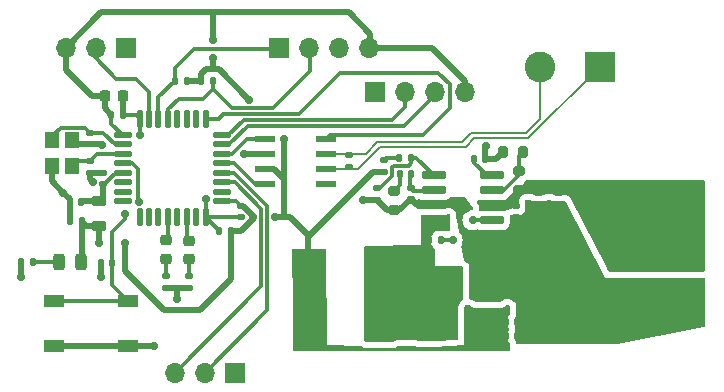
<source format=gbr>
%TF.GenerationSoftware,KiCad,Pcbnew,8.0.1*%
%TF.CreationDate,2024-11-21T12:07:33+07:00*%
%TF.ProjectId,Monitor,4d6f6e69-746f-4722-9e6b-696361645f70,rev?*%
%TF.SameCoordinates,Original*%
%TF.FileFunction,Copper,L1,Top*%
%TF.FilePolarity,Positive*%
%FSLAX46Y46*%
G04 Gerber Fmt 4.6, Leading zero omitted, Abs format (unit mm)*
G04 Created by KiCad (PCBNEW 8.0.1) date 2024-11-21 12:07:33*
%MOMM*%
%LPD*%
G01*
G04 APERTURE LIST*
G04 Aperture macros list*
%AMRoundRect*
0 Rectangle with rounded corners*
0 $1 Rounding radius*
0 $2 $3 $4 $5 $6 $7 $8 $9 X,Y pos of 4 corners*
0 Add a 4 corners polygon primitive as box body*
4,1,4,$2,$3,$4,$5,$6,$7,$8,$9,$2,$3,0*
0 Add four circle primitives for the rounded corners*
1,1,$1+$1,$2,$3*
1,1,$1+$1,$4,$5*
1,1,$1+$1,$6,$7*
1,1,$1+$1,$8,$9*
0 Add four rect primitives between the rounded corners*
20,1,$1+$1,$2,$3,$4,$5,0*
20,1,$1+$1,$4,$5,$6,$7,0*
20,1,$1+$1,$6,$7,$8,$9,0*
20,1,$1+$1,$8,$9,$2,$3,0*%
G04 Aperture macros list end*
%TA.AperFunction,ComponentPad*%
%ADD10R,2.600000X2.600000*%
%TD*%
%TA.AperFunction,ComponentPad*%
%ADD11C,2.600000*%
%TD*%
%TA.AperFunction,SMDPad,CuDef*%
%ADD12RoundRect,0.200000X0.200000X0.275000X-0.200000X0.275000X-0.200000X-0.275000X0.200000X-0.275000X0*%
%TD*%
%TA.AperFunction,ComponentPad*%
%ADD13R,1.700000X1.700000*%
%TD*%
%TA.AperFunction,ComponentPad*%
%ADD14O,1.700000X1.700000*%
%TD*%
%TA.AperFunction,SMDPad,CuDef*%
%ADD15R,1.700000X1.000000*%
%TD*%
%TA.AperFunction,SMDPad,CuDef*%
%ADD16RoundRect,0.140000X0.140000X0.170000X-0.140000X0.170000X-0.140000X-0.170000X0.140000X-0.170000X0*%
%TD*%
%TA.AperFunction,SMDPad,CuDef*%
%ADD17RoundRect,0.125000X-0.625000X-0.125000X0.625000X-0.125000X0.625000X0.125000X-0.625000X0.125000X0*%
%TD*%
%TA.AperFunction,SMDPad,CuDef*%
%ADD18RoundRect,0.125000X-0.125000X-0.625000X0.125000X-0.625000X0.125000X0.625000X-0.125000X0.625000X0*%
%TD*%
%TA.AperFunction,SMDPad,CuDef*%
%ADD19RoundRect,0.140000X-0.170000X0.140000X-0.170000X-0.140000X0.170000X-0.140000X0.170000X0.140000X0*%
%TD*%
%TA.AperFunction,SMDPad,CuDef*%
%ADD20RoundRect,0.135000X-0.185000X0.135000X-0.185000X-0.135000X0.185000X-0.135000X0.185000X0.135000X0*%
%TD*%
%TA.AperFunction,SMDPad,CuDef*%
%ADD21RoundRect,0.140000X-0.140000X-0.170000X0.140000X-0.170000X0.140000X0.170000X-0.140000X0.170000X0*%
%TD*%
%TA.AperFunction,SMDPad,CuDef*%
%ADD22RoundRect,0.218750X0.256250X-0.218750X0.256250X0.218750X-0.256250X0.218750X-0.256250X-0.218750X0*%
%TD*%
%TA.AperFunction,SMDPad,CuDef*%
%ADD23RoundRect,0.073750X-0.801250X-0.221250X0.801250X-0.221250X0.801250X0.221250X-0.801250X0.221250X0*%
%TD*%
%TA.AperFunction,SMDPad,CuDef*%
%ADD24RoundRect,0.135000X-0.135000X-0.185000X0.135000X-0.185000X0.135000X0.185000X-0.135000X0.185000X0*%
%TD*%
%TA.AperFunction,SMDPad,CuDef*%
%ADD25RoundRect,0.200000X-0.275000X0.200000X-0.275000X-0.200000X0.275000X-0.200000X0.275000X0.200000X0*%
%TD*%
%TA.AperFunction,SMDPad,CuDef*%
%ADD26RoundRect,0.075000X0.910000X0.225000X-0.910000X0.225000X-0.910000X-0.225000X0.910000X-0.225000X0*%
%TD*%
%TA.AperFunction,SMDPad,CuDef*%
%ADD27RoundRect,0.135000X0.135000X0.185000X-0.135000X0.185000X-0.135000X-0.185000X0.135000X-0.185000X0*%
%TD*%
%TA.AperFunction,SMDPad,CuDef*%
%ADD28RoundRect,0.243750X-0.243750X-0.456250X0.243750X-0.456250X0.243750X0.456250X-0.243750X0.456250X0*%
%TD*%
%TA.AperFunction,SMDPad,CuDef*%
%ADD29RoundRect,0.225000X-0.225000X-0.250000X0.225000X-0.250000X0.225000X0.250000X-0.225000X0.250000X0*%
%TD*%
%TA.AperFunction,SMDPad,CuDef*%
%ADD30RoundRect,0.140000X0.170000X-0.140000X0.170000X0.140000X-0.170000X0.140000X-0.170000X-0.140000X0*%
%TD*%
%TA.AperFunction,SMDPad,CuDef*%
%ADD31RoundRect,0.225000X-0.250000X0.225000X-0.250000X-0.225000X0.250000X-0.225000X0.250000X0.225000X0*%
%TD*%
%TA.AperFunction,SMDPad,CuDef*%
%ADD32RoundRect,0.250000X-1.000000X-0.650000X1.000000X-0.650000X1.000000X0.650000X-1.000000X0.650000X0*%
%TD*%
%TA.AperFunction,SMDPad,CuDef*%
%ADD33RoundRect,0.218750X0.381250X-0.218750X0.381250X0.218750X-0.381250X0.218750X-0.381250X-0.218750X0*%
%TD*%
%TA.AperFunction,SMDPad,CuDef*%
%ADD34R,2.200000X7.500000*%
%TD*%
%TA.AperFunction,SMDPad,CuDef*%
%ADD35RoundRect,0.200000X0.275000X-0.200000X0.275000X0.200000X-0.275000X0.200000X-0.275000X-0.200000X0*%
%TD*%
%TA.AperFunction,SMDPad,CuDef*%
%ADD36R,1.200000X1.400000*%
%TD*%
%TA.AperFunction,SMDPad,CuDef*%
%ADD37RoundRect,0.135000X0.185000X-0.135000X0.185000X0.135000X-0.185000X0.135000X-0.185000X-0.135000X0*%
%TD*%
%TA.AperFunction,ViaPad*%
%ADD38C,0.700000*%
%TD*%
%TA.AperFunction,Conductor*%
%ADD39C,0.500000*%
%TD*%
%TA.AperFunction,Conductor*%
%ADD40C,0.300000*%
%TD*%
%TA.AperFunction,Conductor*%
%ADD41C,0.200000*%
%TD*%
G04 APERTURE END LIST*
D10*
%TO.P,J2,1,Pin_1*%
%TO.N,/CAN-*%
X101145000Y-96595000D03*
D11*
%TO.P,J2,2,Pin_2*%
%TO.N,/CAN+*%
X96065000Y-96595000D03*
%TD*%
D12*
%TO.P,R5,1*%
%TO.N,/EN*%
X94625000Y-103800000D03*
%TO.P,R5,2*%
%TO.N,GND*%
X92975000Y-103800000D03*
%TD*%
D13*
%TO.P,J5,1,Pin_1*%
%TO.N,GND*%
X82120000Y-98700000D03*
D14*
%TO.P,J5,2,Pin_2*%
%TO.N,SWCLK*%
X84660000Y-98700000D03*
%TO.P,J5,3,Pin_3*%
%TO.N,SWDIO*%
X87200000Y-98700000D03*
%TO.P,J5,4,Pin_4*%
%TO.N,+3.3V*%
X89740000Y-98700000D03*
%TD*%
D15*
%TO.P,SW1,1,1*%
%TO.N,GND*%
X61220000Y-120220000D03*
X54920000Y-120220000D03*
%TO.P,SW1,2,2*%
%TO.N,NRST*%
X61220000Y-116420000D03*
X54920000Y-116420000D03*
%TD*%
D16*
%TO.P,C14,1*%
%TO.N,/POWER BOOT*%
X87680000Y-111300000D03*
%TO.P,C14,2*%
%TO.N,/PH*%
X86720000Y-111300000D03*
%TD*%
D17*
%TO.P,U1,1,VDD*%
%TO.N,+3.3V*%
X60825000Y-102375000D03*
%TO.P,U1,2,PF0*%
%TO.N,OSC_IN*%
X60825000Y-103175000D03*
%TO.P,U1,3,PF1*%
%TO.N,OSC_OUT*%
X60825000Y-103975000D03*
%TO.P,U1,4,NRST*%
%TO.N,NRST*%
X60825000Y-104775000D03*
%TO.P,U1,5,VDDA*%
%TO.N,+3.3VA*%
X60825000Y-105575000D03*
%TO.P,U1,6,PA0*%
%TO.N,unconnected-(U1-PA0-Pad6)*%
X60825000Y-106375000D03*
%TO.P,U1,7,PA1*%
%TO.N,unconnected-(U1-PA1-Pad7)*%
X60825000Y-107175000D03*
%TO.P,U1,8,PA2*%
%TO.N,unconnected-(U1-PA2-Pad8)*%
X60825000Y-107975000D03*
D18*
%TO.P,U1,9,PA3*%
%TO.N,unconnected-(U1-PA3-Pad9)*%
X62200000Y-109350000D03*
%TO.P,U1,10,PA4*%
%TO.N,unconnected-(U1-PA4-Pad10)*%
X63000000Y-109350000D03*
%TO.P,U1,11,PA5*%
%TO.N,unconnected-(U1-PA5-Pad11)*%
X63800000Y-109350000D03*
%TO.P,U1,12,PA6*%
%TO.N,LED_YELLOW*%
X64600000Y-109350000D03*
%TO.P,U1,13,PA7*%
%TO.N,unconnected-(U1-PA7-Pad13)*%
X65400000Y-109350000D03*
%TO.P,U1,14,PB0*%
%TO.N,LED_RED*%
X66200000Y-109350000D03*
%TO.P,U1,15,PB1*%
%TO.N,unconnected-(U1-PB1-Pad15)*%
X67000000Y-109350000D03*
%TO.P,U1,16,VSS*%
%TO.N,GND*%
X67800000Y-109350000D03*
D17*
%TO.P,U1,17,VDDIO2*%
%TO.N,+3.3V*%
X69175000Y-107975000D03*
%TO.P,U1,18,PA8*%
%TO.N,unconnected-(U1-PA8-Pad18)*%
X69175000Y-107175000D03*
%TO.P,U1,19,PA9*%
%TO.N,USART1_Tx*%
X69175000Y-106375000D03*
%TO.P,U1,20,PA10*%
%TO.N,USART1_Rx*%
X69175000Y-105575000D03*
%TO.P,U1,21,PA11*%
%TO.N,CAN_Rx*%
X69175000Y-104775000D03*
%TO.P,U1,22,PA12*%
%TO.N,CAN_Tx*%
X69175000Y-103975000D03*
%TO.P,U1,23,PA13*%
%TO.N,SWDIO*%
X69175000Y-103175000D03*
%TO.P,U1,24,PA14*%
%TO.N,SWCLK*%
X69175000Y-102375000D03*
D18*
%TO.P,U1,25,PA15*%
%TO.N,CAN_S*%
X67800000Y-101000000D03*
%TO.P,U1,26,PB3*%
%TO.N,unconnected-(U1-PB3-Pad26)*%
X67000000Y-101000000D03*
%TO.P,U1,27,PB4*%
%TO.N,unconnected-(U1-PB4-Pad27)*%
X66200000Y-101000000D03*
%TO.P,U1,28,PB5*%
%TO.N,unconnected-(U1-PB5-Pad28)*%
X65400000Y-101000000D03*
%TO.P,U1,29,PB6*%
%TO.N,I2C1_SCL*%
X64600000Y-101000000D03*
%TO.P,U1,30,PB7*%
%TO.N,I2C1_SDA*%
X63800000Y-101000000D03*
%TO.P,U1,31,PB8*%
%TO.N,BOOT*%
X63000000Y-101000000D03*
%TO.P,U1,32,VSSA*%
%TO.N,GND*%
X62200000Y-101000000D03*
%TD*%
D19*
%TO.P,C4,1*%
%TO.N,+3.3V*%
X70800000Y-108400000D03*
%TO.P,C4,2*%
%TO.N,GND*%
X70800000Y-109360000D03*
%TD*%
D13*
%TO.P,J6,1,Pin_1*%
%TO.N,I2C1_SDA*%
X74000000Y-95000000D03*
D14*
%TO.P,J6,2,Pin_2*%
%TO.N,I2C1_SCL*%
X76540000Y-95000000D03*
%TO.P,J6,3,Pin_3*%
%TO.N,GND*%
X79080000Y-95000000D03*
%TO.P,J6,4,Pin_4*%
%TO.N,+3.3V*%
X81620000Y-95000000D03*
%TD*%
D20*
%TO.P,R10,1*%
%TO.N,/VSense*%
X82300000Y-106900000D03*
%TO.P,R10,2*%
%TO.N,GND*%
X82300000Y-107920000D03*
%TD*%
D16*
%TO.P,C19,1*%
%TO.N,+3.3V*%
X69900000Y-110500000D03*
%TO.P,C19,2*%
%TO.N,GND*%
X68940000Y-110500000D03*
%TD*%
D21*
%TO.P,C2,1*%
%TO.N,GND*%
X58920000Y-113200000D03*
%TO.P,C2,2*%
%TO.N,NRST*%
X59880000Y-113200000D03*
%TD*%
D22*
%TO.P,D2,1,K*%
%TO.N,Net-(D2-K)*%
X66400000Y-112900000D03*
%TO.P,D2,2,A*%
%TO.N,LED_RED*%
X66400000Y-111325000D03*
%TD*%
D20*
%TO.P,R3,1*%
%TO.N,Net-(D2-K)*%
X66400000Y-114300000D03*
%TO.P,R3,2*%
%TO.N,GND*%
X66400000Y-115320000D03*
%TD*%
D23*
%TO.P,U3,1,TXD*%
%TO.N,CAN_Tx*%
X72830000Y-102700000D03*
%TO.P,U3,2,GND*%
%TO.N,GND*%
X72830000Y-103970000D03*
%TO.P,U3,3,VCC*%
%TO.N,+3.3V*%
X72830000Y-105240000D03*
%TO.P,U3,4,RXD*%
%TO.N,CAN_Rx*%
X72830000Y-106510000D03*
%TO.P,U3,5,VREF*%
%TO.N,unconnected-(U3-VREF-Pad5)*%
X78000000Y-106510000D03*
%TO.P,U3,6,CANL*%
%TO.N,/CAN-*%
X78000000Y-105240000D03*
%TO.P,U3,7,CANH*%
%TO.N,/CAN+*%
X78000000Y-103970000D03*
%TO.P,U3,8,S*%
%TO.N,CAN_S*%
X78000000Y-102700000D03*
%TD*%
D24*
%TO.P,R9,1*%
%TO.N,Net-(R8-Pad2)*%
X84190000Y-104300000D03*
%TO.P,R9,2*%
%TO.N,/VSense*%
X85210000Y-104300000D03*
%TD*%
D19*
%TO.P,C5,1*%
%TO.N,OSC_OUT*%
X58000000Y-104600000D03*
%TO.P,C5,2*%
%TO.N,GND*%
X58000000Y-105560000D03*
%TD*%
D25*
%TO.P,R7,1*%
%TO.N,Net-(C15-Pad2)*%
X83700000Y-107100000D03*
%TO.P,R7,2*%
%TO.N,GND*%
X83700000Y-108750000D03*
%TD*%
D26*
%TO.P,U2,1,BOOT*%
%TO.N,/POWER BOOT*%
X92040000Y-109610000D03*
%TO.P,U2,2,VIN*%
%TO.N,/Vin*%
X92040000Y-108340000D03*
%TO.P,U2,3,EN*%
%TO.N,/EN*%
X92040000Y-107070000D03*
%TO.P,U2,4,SS*%
%TO.N,/SS*%
X92040000Y-105800000D03*
%TO.P,U2,5,VSENSE*%
%TO.N,/VSense*%
X87100000Y-105800000D03*
%TO.P,U2,6,COMP*%
%TO.N,/COMP*%
X87100000Y-107070000D03*
%TO.P,U2,7,GND*%
%TO.N,GND*%
X87100000Y-108340000D03*
%TO.P,U2,8,PH*%
%TO.N,/PH*%
X87100000Y-109610000D03*
%TD*%
D27*
%TO.P,R11,1*%
%TO.N,+3.3V*%
X66210000Y-97800000D03*
%TO.P,R11,2*%
%TO.N,I2C1_SDA*%
X65190000Y-97800000D03*
%TD*%
D21*
%TO.P,C17,1*%
%TO.N,+3.3V*%
X93200000Y-118200000D03*
%TO.P,C17,2*%
%TO.N,GND*%
X94160000Y-118200000D03*
%TD*%
D13*
%TO.P,J1,1,Pin_1*%
%TO.N,GND*%
X61025000Y-95000000D03*
D14*
%TO.P,J1,2,Pin_2*%
%TO.N,BOOT*%
X58485000Y-95000000D03*
%TO.P,J1,3,Pin_3*%
%TO.N,+3.3V*%
X55945000Y-95000000D03*
%TD*%
D27*
%TO.P,R13,1*%
%TO.N,Net-(D3-K)*%
X53210000Y-113100000D03*
%TO.P,R13,2*%
%TO.N,GND*%
X52190000Y-113100000D03*
%TD*%
D19*
%TO.P,C12,1*%
%TO.N,/Vin*%
X94040000Y-108400000D03*
%TO.P,C12,2*%
%TO.N,GND*%
X94040000Y-109360000D03*
%TD*%
D28*
%TO.P,D3,1,K*%
%TO.N,Net-(D3-K)*%
X55375000Y-113100000D03*
%TO.P,D3,2,A*%
%TO.N,+3.3V*%
X57250000Y-113100000D03*
%TD*%
D13*
%TO.P,J3,1,Pin_1*%
%TO.N,GND*%
X70240000Y-122500000D03*
D14*
%TO.P,J3,2,Pin_2*%
%TO.N,USART1_Rx*%
X67700000Y-122500000D03*
%TO.P,J3,3,Pin_3*%
%TO.N,USART1_Tx*%
X65160000Y-122500000D03*
%TD*%
D19*
%TO.P,C16,1*%
%TO.N,/COMP*%
X85140000Y-106850000D03*
%TO.P,C16,2*%
%TO.N,GND*%
X85140000Y-107810000D03*
%TD*%
D29*
%TO.P,C1,1*%
%TO.N,+3.3V*%
X59250000Y-99100000D03*
%TO.P,C1,2*%
%TO.N,GND*%
X60800000Y-99100000D03*
%TD*%
D21*
%TO.P,C6,1*%
%TO.N,+3.3V*%
X59820000Y-100700000D03*
%TO.P,C6,2*%
%TO.N,GND*%
X60780000Y-100700000D03*
%TD*%
D30*
%TO.P,C7,1*%
%TO.N,+3.3VA*%
X59100000Y-106560000D03*
%TO.P,C7,2*%
%TO.N,GND*%
X59100000Y-105600000D03*
%TD*%
D16*
%TO.P,C9,1*%
%TO.N,+3.3V*%
X57300000Y-109675000D03*
%TO.P,C9,2*%
%TO.N,GND*%
X56340000Y-109675000D03*
%TD*%
%TO.P,C8,1*%
%TO.N,+3.3VA*%
X57280000Y-108075000D03*
%TO.P,C8,2*%
%TO.N,GND*%
X56320000Y-108075000D03*
%TD*%
D22*
%TO.P,D1,1,K*%
%TO.N,Net-(D1-K)*%
X64400000Y-112875000D03*
%TO.P,D1,2,A*%
%TO.N,LED_YELLOW*%
X64400000Y-111300000D03*
%TD*%
D21*
%TO.P,C13,1*%
%TO.N,/SS*%
X90500000Y-104400000D03*
%TO.P,C13,2*%
%TO.N,GND*%
X91460000Y-104400000D03*
%TD*%
D31*
%TO.P,C11,1*%
%TO.N,/Vin*%
X96000000Y-107060000D03*
%TO.P,C11,2*%
%TO.N,GND*%
X96000000Y-108610000D03*
%TD*%
D10*
%TO.P,J4,1,Pin_1*%
%TO.N,GND*%
X104905000Y-117345000D03*
D11*
%TO.P,J4,2,Pin_2*%
%TO.N,/Vin*%
X104905000Y-112265000D03*
%TD*%
D20*
%TO.P,R2,1*%
%TO.N,Net-(D1-K)*%
X64400000Y-114300000D03*
%TO.P,R2,2*%
%TO.N,GND*%
X64400000Y-115320000D03*
%TD*%
D19*
%TO.P,C3,1*%
%TO.N,OSC_IN*%
X58000000Y-102200000D03*
%TO.P,C3,2*%
%TO.N,GND*%
X58000000Y-103160000D03*
%TD*%
D24*
%TO.P,R12,1*%
%TO.N,+3.3V*%
X67380000Y-97800000D03*
%TO.P,R12,2*%
%TO.N,I2C1_SCL*%
X68400000Y-97800000D03*
%TD*%
D32*
%TO.P,D4,1,K*%
%TO.N,/PH*%
X87700000Y-115600000D03*
%TO.P,D4,2,A*%
%TO.N,GND*%
X91700000Y-115600000D03*
%TD*%
D31*
%TO.P,C10,1*%
%TO.N,/Vin*%
X97700000Y-107060000D03*
%TO.P,C10,2*%
%TO.N,GND*%
X97700000Y-108610000D03*
%TD*%
D33*
%TO.P,FB1,1*%
%TO.N,+3.3V*%
X58800000Y-110062500D03*
%TO.P,FB1,2*%
%TO.N,+3.3VA*%
X58800000Y-107937500D03*
%TD*%
D20*
%TO.P,R6,1*%
%TO.N,/CAN+*%
X79930000Y-104090000D03*
%TO.P,R6,2*%
%TO.N,/CAN-*%
X79930000Y-105110000D03*
%TD*%
D34*
%TO.P,L1,1,1*%
%TO.N,/PH*%
X82500000Y-116200000D03*
%TO.P,L1,2,2*%
%TO.N,+3.3V*%
X76500000Y-116200000D03*
%TD*%
D35*
%TO.P,R4,1*%
%TO.N,/Vin*%
X94300000Y-107050000D03*
%TO.P,R4,2*%
%TO.N,/EN*%
X94300000Y-105400000D03*
%TD*%
D36*
%TO.P,Y1,1,1*%
%TO.N,OSC_IN*%
X54800000Y-102800000D03*
%TO.P,Y1,2,2*%
%TO.N,GND*%
X54800000Y-105000000D03*
%TO.P,Y1,3,3*%
%TO.N,OSC_OUT*%
X56500000Y-105000000D03*
%TO.P,Y1,4,4*%
%TO.N,GND*%
X56500000Y-102800000D03*
%TD*%
D21*
%TO.P,C18,1*%
%TO.N,+3.3V*%
X93200000Y-119400000D03*
%TO.P,C18,2*%
%TO.N,GND*%
X94160000Y-119400000D03*
%TD*%
D37*
%TO.P,R8,1*%
%TO.N,+3.3V*%
X82900000Y-105510000D03*
%TO.P,R8,2*%
%TO.N,Net-(R8-Pad2)*%
X82900000Y-104490000D03*
%TD*%
D16*
%TO.P,C15,1*%
%TO.N,/COMP*%
X85180000Y-105700000D03*
%TO.P,C15,2*%
%TO.N,Net-(C15-Pad2)*%
X84220000Y-105700000D03*
%TD*%
D38*
%TO.N,+3.3V*%
X68400000Y-95900000D03*
X68400000Y-94300000D03*
%TO.N,GND*%
X71000000Y-104000000D03*
X91500000Y-103300000D03*
X63420000Y-120220000D03*
X58241382Y-106367245D03*
X62200000Y-102400000D03*
X59000000Y-103200000D03*
X55750000Y-107250000D03*
X65400000Y-116300000D03*
X52190000Y-114390000D03*
X81100000Y-107900000D03*
X67800000Y-107800000D03*
X58900000Y-114400000D03*
%TO.N,+3.3V*%
X71500000Y-99400000D03*
X61000000Y-111500000D03*
X73700000Y-109300000D03*
X74450000Y-102700000D03*
X71800000Y-109300000D03*
X58800000Y-111500000D03*
%TO.N,NRST*%
X62125000Y-108040316D03*
X61000000Y-109100000D03*
%TO.N,/POWER BOOT*%
X88700000Y-111300000D03*
X90390000Y-109610000D03*
%TD*%
D39*
%TO.N,+3.3V*%
X74950000Y-109300000D02*
X74450000Y-109300000D01*
X76550000Y-110900000D02*
X74950000Y-109300000D01*
X76500000Y-110950000D02*
X76500000Y-116200000D01*
X76550000Y-110900000D02*
X76500000Y-110950000D01*
%TO.N,GND*%
X52190000Y-114390000D02*
X52190000Y-113100000D01*
%TO.N,+3.3V*%
X81940000Y-105510000D02*
X76550000Y-110900000D01*
X82900000Y-105510000D02*
X81940000Y-105510000D01*
D40*
%TO.N,I2C1_SCL*%
X68400000Y-98500000D02*
X70000000Y-100100000D01*
X76620000Y-96980000D02*
X76620000Y-95000000D01*
X70000000Y-100100000D02*
X73500000Y-100100000D01*
X73500000Y-100100000D02*
X76620000Y-96980000D01*
D41*
%TO.N,/CAN+*%
X96065000Y-101038603D02*
X96065000Y-96595000D01*
X89500000Y-103000000D02*
X90299980Y-102200020D01*
X82300000Y-103000000D02*
X89500000Y-103000000D01*
X81330000Y-103970000D02*
X82300000Y-103000000D01*
X90299980Y-102200020D02*
X94903583Y-102200020D01*
X78000000Y-103970000D02*
X81330000Y-103970000D01*
X94903583Y-102200020D02*
X96065000Y-101038603D01*
%TO.N,/CAN-*%
X95100000Y-102650000D02*
X101145000Y-96605000D01*
X101145000Y-96605000D02*
X101145000Y-96595000D01*
X89800000Y-103400000D02*
X90550000Y-102650000D01*
X90550000Y-102650000D02*
X95100000Y-102650000D01*
X82565686Y-103400000D02*
X89800000Y-103400000D01*
X80725686Y-105240000D02*
X82565686Y-103400000D01*
X78000000Y-105240000D02*
X80725686Y-105240000D01*
D40*
%TO.N,CAN_S*%
X86200000Y-102400000D02*
X78300000Y-102400000D01*
X78300000Y-102400000D02*
X78000000Y-102700000D01*
X88500000Y-100100000D02*
X86200000Y-102400000D01*
X79200000Y-97100000D02*
X87500000Y-97100000D01*
X69300000Y-100600000D02*
X75700000Y-100600000D01*
X68900000Y-101000000D02*
X69300000Y-100600000D01*
X87500000Y-97100000D02*
X88500000Y-98100000D01*
X88500000Y-98100000D02*
X88500000Y-100100000D01*
X67800000Y-101000000D02*
X68900000Y-101000000D01*
X75700000Y-100600000D02*
X79200000Y-97100000D01*
%TO.N,I2C1_SDA*%
X66800000Y-95100000D02*
X73980000Y-95100000D01*
X65190000Y-96710000D02*
X66800000Y-95100000D01*
X65190000Y-97800000D02*
X65190000Y-96710000D01*
X73980000Y-95100000D02*
X74080000Y-95000000D01*
D39*
%TO.N,+3.3V*%
X68400000Y-94300000D02*
X68400000Y-92000000D01*
X68400000Y-92000000D02*
X58945000Y-92000000D01*
X79902081Y-92000000D02*
X68400000Y-92000000D01*
X68400000Y-96800000D02*
X68400000Y-95900000D01*
X68400000Y-96800000D02*
X67800000Y-96800000D01*
X68900000Y-96800000D02*
X68400000Y-96800000D01*
X67800000Y-96800000D02*
X67380000Y-97220000D01*
X67380000Y-97220000D02*
X67380000Y-97800000D01*
X71500000Y-99400000D02*
X68900000Y-96800000D01*
X81700000Y-93797919D02*
X79902081Y-92000000D01*
X81700000Y-95000000D02*
X81700000Y-93797919D01*
X58945000Y-92000000D02*
X55945000Y-95000000D01*
D40*
%TO.N,SWDIO*%
X71375216Y-101600000D02*
X84600000Y-101600000D01*
X84600000Y-101600000D02*
X87200000Y-99000000D01*
X69800216Y-103175000D02*
X71375216Y-101600000D01*
X69175000Y-103175000D02*
X69800216Y-103175000D01*
D39*
%TO.N,+3.3V*%
X89740000Y-97797919D02*
X89740000Y-98700000D01*
X86942081Y-95000000D02*
X89740000Y-97797919D01*
X81700000Y-95000000D02*
X86942081Y-95000000D01*
D40*
%TO.N,SWCLK*%
X84660000Y-100040000D02*
X84660000Y-99000000D01*
X83600000Y-101100000D02*
X84660000Y-100040000D01*
X71000000Y-101100000D02*
X83600000Y-101100000D01*
X69725000Y-102375000D02*
X71000000Y-101100000D01*
X69175000Y-102375000D02*
X69725000Y-102375000D01*
D39*
%TO.N,GND*%
X82120000Y-99000000D02*
X82020000Y-98900000D01*
D40*
%TO.N,I2C1_SCL*%
X68400000Y-98500000D02*
X68400000Y-97800000D01*
X67600000Y-99300000D02*
X68400000Y-98500000D01*
X65500000Y-99300000D02*
X67600000Y-99300000D01*
X64600000Y-100200000D02*
X65500000Y-99300000D01*
X64600000Y-101000000D02*
X64600000Y-100200000D01*
D39*
%TO.N,+3.3V*%
X67400000Y-97780000D02*
X67380000Y-97800000D01*
X55945000Y-96845000D02*
X55945000Y-95000000D01*
X58200000Y-99100000D02*
X55945000Y-96845000D01*
X59250000Y-99100000D02*
X58200000Y-99100000D01*
D40*
%TO.N,BOOT*%
X60200000Y-97600000D02*
X58485000Y-95885000D01*
X61900000Y-97600000D02*
X60200000Y-97600000D01*
X58485000Y-95885000D02*
X58485000Y-95000000D01*
X63000000Y-98700000D02*
X61900000Y-97600000D01*
X63000000Y-101000000D02*
X63000000Y-98700000D01*
D39*
%TO.N,+3.3V*%
X74450000Y-102700000D02*
X74450000Y-105185000D01*
X74450000Y-105185000D02*
X74450000Y-106100000D01*
X72830000Y-105240000D02*
X73590000Y-105240000D01*
X73590000Y-105240000D02*
X74450000Y-106100000D01*
X74450000Y-106100000D02*
X74450000Y-109300000D01*
D40*
%TO.N,CAN_Rx*%
X71955000Y-106510000D02*
X72830000Y-106510000D01*
X70220000Y-104775000D02*
X71955000Y-106510000D01*
X69175000Y-104775000D02*
X70220000Y-104775000D01*
%TO.N,CAN_Tx*%
X71310050Y-102700000D02*
X72830000Y-102700000D01*
X70035050Y-103975000D02*
X71310050Y-102700000D01*
X69175000Y-103975000D02*
X70035050Y-103975000D01*
D39*
%TO.N,GND*%
X71030000Y-103970000D02*
X71000000Y-104000000D01*
X72830000Y-103970000D02*
X71030000Y-103970000D01*
X64400000Y-115320000D02*
X65400000Y-115320000D01*
X54800000Y-106300000D02*
X55750000Y-107250000D01*
D40*
X70790000Y-109350000D02*
X70800000Y-109360000D01*
D39*
X55750000Y-107250000D02*
X56320000Y-107820000D01*
X58000000Y-105560000D02*
X58000000Y-106125863D01*
X65400000Y-115320000D02*
X66400000Y-115320000D01*
X56320000Y-107820000D02*
X56320000Y-108075000D01*
D40*
X67800000Y-109350000D02*
X67800000Y-109360000D01*
D39*
X83700000Y-108750000D02*
X84200000Y-108750000D01*
X82300000Y-107920000D02*
X81120000Y-107920000D01*
X91460000Y-103340000D02*
X91500000Y-103300000D01*
X59060000Y-105560000D02*
X59100000Y-105600000D01*
X56860000Y-103160000D02*
X58000000Y-103160000D01*
X56320000Y-109655000D02*
X56340000Y-109675000D01*
X65400000Y-115320000D02*
X65400000Y-115700000D01*
D40*
X60780000Y-100700000D02*
X61900000Y-100700000D01*
D39*
X54920000Y-120220000D02*
X61220000Y-120220000D01*
X58000000Y-106125863D02*
X58241382Y-106367245D01*
X81120000Y-107920000D02*
X81100000Y-107900000D01*
X91460000Y-104400000D02*
X91460000Y-103340000D01*
X85670000Y-108340000D02*
X87100000Y-108340000D01*
X58000000Y-103160000D02*
X58960000Y-103160000D01*
D40*
X67800000Y-107800000D02*
X67800000Y-109350000D01*
D39*
X58960000Y-103160000D02*
X59000000Y-103200000D01*
X83130000Y-108750000D02*
X82300000Y-107920000D01*
X58920000Y-114380000D02*
X58900000Y-114400000D01*
X85140000Y-107810000D02*
X85670000Y-108340000D01*
D40*
X62200000Y-101000000D02*
X62200000Y-102400000D01*
D39*
X84200000Y-108750000D02*
X85140000Y-107810000D01*
D40*
X67800000Y-109350000D02*
X70790000Y-109350000D01*
D39*
X60800000Y-99100000D02*
X60800000Y-100680000D01*
X91460000Y-104400000D02*
X92375000Y-104400000D01*
X63420000Y-120220000D02*
X61220000Y-120220000D01*
X56320000Y-108075000D02*
X56320000Y-109655000D01*
X83700000Y-108750000D02*
X83130000Y-108750000D01*
D40*
X67800000Y-109360000D02*
X68940000Y-110500000D01*
D39*
X60800000Y-100680000D02*
X60780000Y-100700000D01*
X58920000Y-113200000D02*
X58920000Y-114380000D01*
D40*
X61900000Y-100700000D02*
X62200000Y-101000000D01*
D39*
X65400000Y-115700000D02*
X65400000Y-116300000D01*
X58000000Y-105560000D02*
X59060000Y-105560000D01*
X92375000Y-104400000D02*
X92975000Y-103800000D01*
X56500000Y-102800000D02*
X56860000Y-103160000D01*
X54800000Y-105000000D02*
X54800000Y-106300000D01*
%TO.N,+3.3V*%
X59250000Y-100130000D02*
X59820000Y-100700000D01*
X57687500Y-110062500D02*
X57300000Y-109675000D01*
X71800000Y-109211734D02*
X70988266Y-108400000D01*
X57300000Y-112500000D02*
X57100000Y-112700000D01*
X58800000Y-110062500D02*
X57687500Y-110062500D01*
D40*
X60800000Y-102400000D02*
X59820000Y-101420000D01*
X70375000Y-107975000D02*
X70800000Y-108400000D01*
D39*
X69900000Y-114600000D02*
X67300000Y-117200000D01*
X71800000Y-109300000D02*
X71800000Y-109211734D01*
X66210000Y-97800000D02*
X67380000Y-97800000D01*
X61000000Y-113900000D02*
X61000000Y-111500000D01*
D40*
X59820000Y-101420000D02*
X59820000Y-100700000D01*
D39*
X67300000Y-117200000D02*
X64300000Y-117200000D01*
X64300000Y-117200000D02*
X61000000Y-113900000D01*
D40*
X60825000Y-102375000D02*
X60800000Y-102400000D01*
D39*
X59250000Y-99100000D02*
X59250000Y-100130000D01*
X70808266Y-110500000D02*
X71900000Y-109408266D01*
X57300000Y-109675000D02*
X57300000Y-112500000D01*
X69900000Y-110500000D02*
X70808266Y-110500000D01*
D40*
X69175000Y-107975000D02*
X70375000Y-107975000D01*
D39*
X58800000Y-111500000D02*
X58800000Y-110062500D01*
X71900000Y-109408266D02*
X71900000Y-109300000D01*
X74450000Y-109300000D02*
X73700000Y-109300000D01*
X70988266Y-108400000D02*
X70800000Y-108400000D01*
X69900000Y-110500000D02*
X69900000Y-114600000D01*
D40*
%TO.N,NRST*%
X54920000Y-116420000D02*
X61220000Y-116420000D01*
X59880000Y-110620000D02*
X59880000Y-112700000D01*
X60825000Y-104775000D02*
X61574999Y-104775000D01*
X62100000Y-105300001D02*
X62100000Y-108015316D01*
X61000000Y-109100000D02*
X61000000Y-109500000D01*
X59880000Y-112700000D02*
X59880000Y-114980000D01*
X59880000Y-114980000D02*
X59880000Y-115080000D01*
X59880000Y-115080000D02*
X61220000Y-116420000D01*
X62100000Y-108015316D02*
X62125000Y-108040316D01*
X61000000Y-109500000D02*
X59880000Y-110620000D01*
X61574999Y-104775000D02*
X62100000Y-105300001D01*
%TO.N,OSC_IN*%
X59100001Y-102200000D02*
X58000000Y-102200000D01*
X57550000Y-101750000D02*
X55550000Y-101750000D01*
X54800000Y-102500000D02*
X54800000Y-102800000D01*
X60075001Y-103175000D02*
X59100001Y-102200000D01*
X55550000Y-101750000D02*
X54800000Y-102500000D01*
X58000000Y-102200000D02*
X57550000Y-101750000D01*
X60825000Y-103175000D02*
X60075001Y-103175000D01*
%TO.N,OSC_OUT*%
X58625000Y-103975000D02*
X58000000Y-104600000D01*
X60825000Y-103975000D02*
X58625000Y-103975000D01*
X58000000Y-104600000D02*
X56900000Y-104600000D01*
X56900000Y-104600000D02*
X56500000Y-105000000D01*
D39*
%TO.N,+3.3VA*%
X58800000Y-107937500D02*
X57417500Y-107937500D01*
D40*
X60199784Y-105575000D02*
X59214784Y-106560000D01*
D39*
X58800000Y-107937500D02*
X59100000Y-107637500D01*
X57417500Y-107937500D02*
X57280000Y-108075000D01*
D40*
X59214784Y-106560000D02*
X59100000Y-106560000D01*
X60825000Y-105575000D02*
X60199784Y-105575000D01*
D39*
X59100000Y-107637500D02*
X59100000Y-106560000D01*
D40*
%TO.N,Net-(C15-Pad2)*%
X84220000Y-105700000D02*
X84220000Y-106580000D01*
X84220000Y-106580000D02*
X83700000Y-107100000D01*
%TO.N,Net-(D1-K)*%
X64400000Y-112867500D02*
X64400000Y-114267500D01*
%TO.N,LED_YELLOW*%
X64600000Y-111100000D02*
X64400000Y-111300000D01*
X64600000Y-109350000D02*
X64600000Y-111100000D01*
%TO.N,Net-(D2-K)*%
X66400000Y-112900000D02*
X66400000Y-114300000D01*
%TO.N,LED_RED*%
X66200000Y-111125000D02*
X66400000Y-111325000D01*
X66200000Y-109350000D02*
X66200000Y-111125000D01*
%TO.N,USART1_Tx*%
X69175000Y-106375000D02*
X70267894Y-106375000D01*
X70267894Y-106375000D02*
X72500000Y-108607106D01*
X72500000Y-115160000D02*
X65160000Y-122500000D01*
X72500000Y-108607106D02*
X72500000Y-115160000D01*
%TO.N,USART1_Rx*%
X69175000Y-105575000D02*
X70175000Y-105575000D01*
X73000000Y-108400000D02*
X73000000Y-117200000D01*
X73000000Y-117200000D02*
X67700000Y-122500000D01*
X70175000Y-105575000D02*
X73000000Y-108400000D01*
%TO.N,I2C1_SDA*%
X63800000Y-101000000D02*
X63800000Y-99190000D01*
X63800000Y-99190000D02*
X65190000Y-97800000D01*
X65190000Y-97800000D02*
X65190000Y-97710000D01*
%TO.N,Net-(R8-Pad2)*%
X82900000Y-104490000D02*
X83090000Y-104300000D01*
X83090000Y-104300000D02*
X84190000Y-104300000D01*
%TO.N,/SS*%
X90500000Y-104400000D02*
X90500000Y-104709999D01*
X91590001Y-105800000D02*
X92040000Y-105800000D01*
X90500000Y-104709999D02*
X91590001Y-105800000D01*
%TO.N,/COMP*%
X85120000Y-106830000D02*
X85140000Y-106850000D01*
X87070000Y-107100000D02*
X87100000Y-107070000D01*
X85140000Y-106850000D02*
X85390000Y-107100000D01*
X85390000Y-107100000D02*
X87070000Y-107100000D01*
X85120000Y-105710000D02*
X85120000Y-106830000D01*
%TO.N,/EN*%
X92040000Y-107070000D02*
X93021642Y-107070000D01*
X94300000Y-104125000D02*
X94625000Y-103800000D01*
X93021642Y-107070000D02*
X94300000Y-105791642D01*
X94300000Y-105791642D02*
X94300000Y-105400000D01*
X94300000Y-105400000D02*
X94300000Y-104125000D01*
%TO.N,/VSense*%
X82519634Y-106900000D02*
X82300000Y-106900000D01*
X85210000Y-104300000D02*
X85600000Y-104300000D01*
X83570000Y-105849634D02*
X82519634Y-106900000D01*
X85000000Y-104970000D02*
X85210000Y-104760000D01*
X83570000Y-105130000D02*
X83730000Y-104970000D01*
X83570000Y-105130000D02*
X83570000Y-105849634D01*
X85210000Y-104760000D02*
X85210000Y-104300000D01*
X83730000Y-104970000D02*
X85000000Y-104970000D01*
X85600000Y-104300000D02*
X87100000Y-105800000D01*
%TO.N,/POWER BOOT*%
X90390000Y-109610000D02*
X92040000Y-109610000D01*
X88700000Y-111300000D02*
X87680000Y-111300000D01*
%TO.N,Net-(D3-K)*%
X53210000Y-113100000D02*
X55375000Y-113100000D01*
%TD*%
%TA.AperFunction,Conductor*%
%TO.N,GND*%
G36*
X89676772Y-107616275D02*
G01*
X89743785Y-107636043D01*
X89776926Y-107667378D01*
X90160567Y-108195302D01*
X90427485Y-108562604D01*
X90450971Y-108628408D01*
X90435153Y-108696464D01*
X90385052Y-108745164D01*
X90327174Y-108759500D01*
X90300609Y-108759500D01*
X90269954Y-108766015D01*
X90125733Y-108796670D01*
X90125728Y-108796672D01*
X89962408Y-108869387D01*
X89817768Y-108974475D01*
X89698140Y-109107336D01*
X89608750Y-109262164D01*
X89608747Y-109262170D01*
X89553504Y-109432192D01*
X89553503Y-109432194D01*
X89534815Y-109610000D01*
X89553503Y-109787805D01*
X89553504Y-109787807D01*
X89608747Y-109957829D01*
X89608750Y-109957835D01*
X89698141Y-110112665D01*
X89739812Y-110158946D01*
X89817764Y-110245521D01*
X89817767Y-110245523D01*
X89817770Y-110245526D01*
X89962407Y-110350612D01*
X90125733Y-110423329D01*
X90300609Y-110460500D01*
X90300610Y-110460500D01*
X90479389Y-110460500D01*
X90479391Y-110460500D01*
X90654267Y-110423329D01*
X90794639Y-110360831D01*
X90863885Y-110351548D01*
X90892523Y-110359551D01*
X90948670Y-110382807D01*
X90979764Y-110395687D01*
X91092280Y-110410500D01*
X91092287Y-110410500D01*
X92987713Y-110410500D01*
X92987720Y-110410500D01*
X93100236Y-110395687D01*
X93240233Y-110337698D01*
X93241156Y-110336989D01*
X93242079Y-110336632D01*
X93247273Y-110333634D01*
X93247740Y-110334443D01*
X93306324Y-110311793D01*
X93314744Y-110311460D01*
X93314846Y-110311353D01*
X93328304Y-110297394D01*
X93333174Y-110277886D01*
X93355784Y-110252279D01*
X93354704Y-110251199D01*
X93360449Y-110245453D01*
X93360451Y-110245451D01*
X93452698Y-110125233D01*
X93510687Y-109985236D01*
X93525500Y-109872720D01*
X93525500Y-109347280D01*
X93517375Y-109285565D01*
X93528140Y-109216532D01*
X93574520Y-109164276D01*
X93641789Y-109145390D01*
X93674909Y-109150305D01*
X93769002Y-109177642D01*
X93769005Y-109177642D01*
X93769007Y-109177643D01*
X93805310Y-109180500D01*
X93805318Y-109180500D01*
X94274682Y-109180500D01*
X94274690Y-109180500D01*
X94310993Y-109177643D01*
X94310995Y-109177642D01*
X94310997Y-109177642D01*
X94357002Y-109164276D01*
X94466395Y-109132494D01*
X94605687Y-109050117D01*
X94720117Y-108935687D01*
X94802494Y-108796395D01*
X94847643Y-108640993D01*
X94850500Y-108604690D01*
X94850500Y-108195310D01*
X94847643Y-108159007D01*
X94811126Y-108033315D01*
X94811325Y-107963446D01*
X94849267Y-107904776D01*
X94866053Y-107892603D01*
X94912977Y-107864237D01*
X94977126Y-107846354D01*
X95242960Y-107846354D01*
X95308057Y-107864816D01*
X95441294Y-107946998D01*
X95441297Y-107946999D01*
X95441303Y-107947003D01*
X95602292Y-108000349D01*
X95701655Y-108010500D01*
X96298344Y-108010499D01*
X96298352Y-108010498D01*
X96298355Y-108010498D01*
X96365833Y-108003605D01*
X96397708Y-108000349D01*
X96558697Y-107947003D01*
X96569187Y-107940532D01*
X96691943Y-107864816D01*
X96757040Y-107846354D01*
X96942960Y-107846354D01*
X97008057Y-107864816D01*
X97141294Y-107946998D01*
X97141297Y-107946999D01*
X97141303Y-107947003D01*
X97302292Y-108000349D01*
X97401655Y-108010500D01*
X97998344Y-108010499D01*
X97998352Y-108010498D01*
X97998355Y-108010498D01*
X98065833Y-108003605D01*
X98097708Y-108000349D01*
X98152176Y-107982299D01*
X98222004Y-107979897D01*
X98282046Y-108015628D01*
X98301414Y-108043218D01*
X101600000Y-114446354D01*
X109925500Y-114446354D01*
X109992539Y-114466039D01*
X110038294Y-114518843D01*
X110049500Y-114570354D01*
X110049500Y-118522767D01*
X110029815Y-118589806D01*
X109977011Y-118635561D01*
X109949818Y-118644359D01*
X102626887Y-120108946D01*
X102602569Y-120111354D01*
X94219000Y-120111354D01*
X94151961Y-120091669D01*
X94106206Y-120038865D01*
X94096597Y-120007191D01*
X94091113Y-119973355D01*
X94091113Y-119973354D01*
X94040832Y-119838546D01*
X94007348Y-119777225D01*
X94000313Y-119767827D01*
X93975896Y-119702363D01*
X93977267Y-119677320D01*
X93977146Y-119677311D01*
X93977545Y-119672229D01*
X93977601Y-119671223D01*
X93977643Y-119670991D01*
X93980499Y-119634697D01*
X93980500Y-119634690D01*
X93980500Y-119165310D01*
X93977643Y-119129007D01*
X93968720Y-119098294D01*
X93968918Y-119028428D01*
X93974069Y-119014283D01*
X93977866Y-119005544D01*
X93977866Y-119005543D01*
X93977869Y-119005537D01*
X93995051Y-118947021D01*
X94015179Y-118823372D01*
X94015178Y-118823368D01*
X94015179Y-118823367D01*
X94000005Y-118680297D01*
X94000005Y-118680294D01*
X93983627Y-118615741D01*
X93983018Y-118613043D01*
X93982823Y-118612570D01*
X93982823Y-118612569D01*
X93972216Y-118586859D01*
X93964846Y-118517382D01*
X93967765Y-118504990D01*
X93977643Y-118470993D01*
X93980500Y-118434690D01*
X93980500Y-117965310D01*
X93977643Y-117929007D01*
X93977641Y-117929003D01*
X93977159Y-117922867D01*
X93991523Y-117854490D01*
X94000189Y-117840626D01*
X94005567Y-117833169D01*
X94065338Y-117702292D01*
X94085023Y-117635253D01*
X94085024Y-117635249D01*
X94105500Y-117492833D01*
X94105500Y-116924000D01*
X94093947Y-116816544D01*
X94082741Y-116765033D01*
X94082637Y-116764722D01*
X94048616Y-116662502D01*
X94048613Y-116662496D01*
X93970828Y-116541462D01*
X93970825Y-116541457D01*
X93970820Y-116541451D01*
X93925076Y-116488659D01*
X93925072Y-116488656D01*
X93925070Y-116488653D01*
X93816336Y-116394433D01*
X93816333Y-116394431D01*
X93816331Y-116394430D01*
X93685465Y-116334664D01*
X93685460Y-116334662D01*
X93685459Y-116334662D01*
X93618420Y-116314977D01*
X93618422Y-116314977D01*
X93618417Y-116314976D01*
X93550581Y-116305223D01*
X93476000Y-116294500D01*
X93262730Y-116294500D01*
X93262728Y-116294500D01*
X93208679Y-116297397D01*
X93208678Y-116297397D01*
X93182345Y-116300229D01*
X93182318Y-116300232D01*
X93128922Y-116308885D01*
X93128920Y-116308885D01*
X92994112Y-116359167D01*
X92932784Y-116392655D01*
X92932783Y-116392655D01*
X92924952Y-116398517D01*
X92915747Y-116404782D01*
X92816583Y-116465946D01*
X92790492Y-116478112D01*
X92759238Y-116488469D01*
X92732848Y-116494121D01*
X92731399Y-116494269D01*
X92730548Y-116494356D01*
X92717935Y-116494999D01*
X90682065Y-116494999D01*
X90669456Y-116494356D01*
X90667157Y-116494121D01*
X90640763Y-116488470D01*
X90609507Y-116478113D01*
X90583419Y-116465949D01*
X90536973Y-116437301D01*
X90524268Y-116428317D01*
X90521490Y-116426078D01*
X90477606Y-116394433D01*
X90477604Y-116394432D01*
X90346732Y-116334663D01*
X90279687Y-116314976D01*
X90211853Y-116305223D01*
X90148297Y-116276198D01*
X90110523Y-116217420D01*
X90105500Y-116182485D01*
X90105500Y-113624010D01*
X90105500Y-113624000D01*
X90093947Y-113516544D01*
X90082741Y-113465033D01*
X90082637Y-113464722D01*
X90048616Y-113362502D01*
X90048613Y-113362496D01*
X89970828Y-113241462D01*
X89970825Y-113241457D01*
X89970820Y-113241451D01*
X89925076Y-113188659D01*
X89925072Y-113188656D01*
X89925070Y-113188653D01*
X89816336Y-113094433D01*
X89816334Y-113094432D01*
X89816333Y-113094431D01*
X89746674Y-113062618D01*
X89693871Y-113016862D01*
X89676280Y-112972509D01*
X89450737Y-111760212D01*
X89457827Y-111690705D01*
X89465254Y-111675539D01*
X89481250Y-111647835D01*
X89536497Y-111477803D01*
X89555185Y-111300000D01*
X89536497Y-111122197D01*
X89481250Y-110952165D01*
X89391859Y-110797335D01*
X89305433Y-110701349D01*
X89267882Y-110659644D01*
X89268993Y-110658642D01*
X89236377Y-110605714D01*
X89234090Y-110595737D01*
X89050698Y-109610000D01*
X89007592Y-109378305D01*
X89005500Y-109355625D01*
X89005500Y-109165862D01*
X89005500Y-109165858D01*
X88989043Y-109037923D01*
X88973158Y-108977201D01*
X88924857Y-108857595D01*
X88924289Y-108856854D01*
X88923776Y-108855705D01*
X88920688Y-108850301D01*
X88921230Y-108849991D01*
X88900752Y-108804042D01*
X88900000Y-108800000D01*
X88899999Y-108800000D01*
X88899999Y-108799999D01*
X88877024Y-108780972D01*
X88874989Y-108780382D01*
X88843319Y-108751341D01*
X88837265Y-108743452D01*
X88837264Y-108743451D01*
X88787271Y-108694638D01*
X88787263Y-108694631D01*
X88671074Y-108609798D01*
X88551738Y-108566904D01*
X88535672Y-108561129D01*
X88521635Y-108558250D01*
X88467226Y-108547092D01*
X88323603Y-108538542D01*
X88323602Y-108538542D01*
X88298973Y-108544208D01*
X88183388Y-108570800D01*
X88166434Y-108577355D01*
X88152765Y-108582640D01*
X88149717Y-108582894D01*
X88117551Y-108596217D01*
X88114822Y-108597309D01*
X88086796Y-108608145D01*
X88079833Y-108611840D01*
X88046707Y-108625561D01*
X87999255Y-108635000D01*
X86125158Y-108635000D01*
X86123568Y-108635868D01*
X86098337Y-108638693D01*
X86083878Y-108638822D01*
X86065282Y-108638989D01*
X86065278Y-108638989D01*
X85997582Y-108649133D01*
X85997570Y-108649136D01*
X85874133Y-108685777D01*
X85804264Y-108685984D01*
X85745374Y-108648383D01*
X85716162Y-108584914D01*
X85714847Y-108566904D01*
X85714847Y-107905708D01*
X85734532Y-107838669D01*
X85787336Y-107792914D01*
X85856494Y-107782970D01*
X85891981Y-107795255D01*
X85892258Y-107794588D01*
X85899769Y-107797699D01*
X86039764Y-107855687D01*
X86152280Y-107870500D01*
X86152287Y-107870500D01*
X88047713Y-107870500D01*
X88047720Y-107870500D01*
X88160236Y-107855687D01*
X88300233Y-107797698D01*
X88420451Y-107705451D01*
X88452726Y-107663389D01*
X88509151Y-107622188D01*
X88551251Y-107614877D01*
X89676772Y-107616275D01*
G37*
%TD.AperFunction*%
%TD*%
%TA.AperFunction,Conductor*%
%TO.N,+3.3V*%
G36*
X77944542Y-112019685D02*
G01*
X77990297Y-112072489D01*
X78001494Y-112122488D01*
X78099999Y-120199999D01*
X78100000Y-120200000D01*
X80924470Y-120231038D01*
X80991286Y-120251458D01*
X81022370Y-120280719D01*
X81042448Y-120307539D01*
X81042451Y-120307542D01*
X81042454Y-120307546D01*
X81042457Y-120307548D01*
X81157664Y-120393793D01*
X81157671Y-120393797D01*
X81292517Y-120444091D01*
X81292516Y-120444091D01*
X81299444Y-120444835D01*
X81352127Y-120450500D01*
X83647872Y-120450499D01*
X83707483Y-120444091D01*
X83842331Y-120393796D01*
X83957546Y-120307546D01*
X83957551Y-120307538D01*
X83963366Y-120301725D01*
X84024688Y-120268238D01*
X84052403Y-120265411D01*
X87200000Y-120300000D01*
X89700000Y-120200000D01*
X89700000Y-116924000D01*
X89719685Y-116856961D01*
X89772489Y-116811206D01*
X89824000Y-116800000D01*
X90137270Y-116800000D01*
X90204309Y-116819685D01*
X90224951Y-116836319D01*
X90231344Y-116842712D01*
X90380666Y-116934814D01*
X90547203Y-116989999D01*
X90649991Y-117000500D01*
X92750008Y-117000499D01*
X92852797Y-116989999D01*
X93019334Y-116934814D01*
X93168656Y-116842712D01*
X93175049Y-116836319D01*
X93236372Y-116802834D01*
X93262730Y-116800000D01*
X93476000Y-116800000D01*
X93543039Y-116819685D01*
X93588794Y-116872489D01*
X93600000Y-116924000D01*
X93600000Y-117492833D01*
X93580315Y-117559872D01*
X93563681Y-117580514D01*
X93509887Y-117634307D01*
X93509881Y-117634315D01*
X93427505Y-117773606D01*
X93427504Y-117773609D01*
X93382357Y-117929002D01*
X93382356Y-117929008D01*
X93379500Y-117965302D01*
X93379500Y-118434697D01*
X93382356Y-118470991D01*
X93382357Y-118470997D01*
X93427504Y-118626390D01*
X93427504Y-118626391D01*
X93492846Y-118736880D01*
X93510028Y-118804604D01*
X93492846Y-118863120D01*
X93427504Y-118973608D01*
X93427504Y-118973609D01*
X93382357Y-119129002D01*
X93382356Y-119129008D01*
X93379500Y-119165302D01*
X93379500Y-119634697D01*
X93382356Y-119670991D01*
X93382357Y-119670997D01*
X93427504Y-119826390D01*
X93427505Y-119826393D01*
X93427506Y-119826395D01*
X93509883Y-119965687D01*
X93563682Y-120019486D01*
X93597166Y-120080807D01*
X93600000Y-120107166D01*
X93600000Y-120576000D01*
X93580315Y-120643039D01*
X93527511Y-120688794D01*
X93476000Y-120700000D01*
X75322583Y-120700000D01*
X75255544Y-120680315D01*
X75209789Y-120627511D01*
X75198591Y-120577425D01*
X75197058Y-120444091D01*
X75155205Y-116802834D01*
X75101442Y-112125425D01*
X75120355Y-112058164D01*
X75172630Y-112011805D01*
X75225434Y-112000000D01*
X77877503Y-112000000D01*
X77944542Y-112019685D01*
G37*
%TD.AperFunction*%
%TD*%
%TA.AperFunction,Conductor*%
%TO.N,/PH*%
G36*
X88434123Y-109056324D02*
G01*
X88484115Y-109105136D01*
X88500000Y-109165858D01*
X88500000Y-110376000D01*
X88480315Y-110443039D01*
X88427511Y-110488794D01*
X88376000Y-110500000D01*
X87964947Y-110500000D01*
X87930354Y-110495076D01*
X87920993Y-110492357D01*
X87920989Y-110492356D01*
X87920991Y-110492356D01*
X87884697Y-110489500D01*
X87884690Y-110489500D01*
X87475310Y-110489500D01*
X87475302Y-110489500D01*
X87439010Y-110492356D01*
X87439007Y-110492357D01*
X87429645Y-110495076D01*
X87395053Y-110500000D01*
X87200000Y-110500000D01*
X87200000Y-110516221D01*
X87180315Y-110583260D01*
X87149110Y-110613337D01*
X87150479Y-110615101D01*
X87144312Y-110619884D01*
X87029884Y-110734311D01*
X87029881Y-110734315D01*
X86947505Y-110873606D01*
X86947504Y-110873609D01*
X86902357Y-111029002D01*
X86902356Y-111029008D01*
X86899500Y-111065302D01*
X86899500Y-111534697D01*
X86902356Y-111570991D01*
X86902357Y-111570997D01*
X86947504Y-111726390D01*
X86947505Y-111726393D01*
X87029881Y-111865684D01*
X87029887Y-111865692D01*
X87144307Y-111980112D01*
X87150476Y-111984897D01*
X87148645Y-111987257D01*
X87186786Y-112028077D01*
X87200000Y-112083778D01*
X87200000Y-113500000D01*
X89476000Y-113500000D01*
X89543039Y-113519685D01*
X89588794Y-113572489D01*
X89600000Y-113624000D01*
X89600000Y-116259575D01*
X89580315Y-116326614D01*
X89543040Y-116363890D01*
X89441462Y-116429170D01*
X89441451Y-116429179D01*
X89388659Y-116474923D01*
X89294433Y-116583664D01*
X89294430Y-116583668D01*
X89234664Y-116714534D01*
X89214976Y-116781582D01*
X89194500Y-116924001D01*
X89194500Y-119595175D01*
X89174815Y-119662214D01*
X89122011Y-119707969D01*
X89075456Y-119719076D01*
X87195828Y-119794262D01*
X87189509Y-119794354D01*
X84242016Y-119761964D01*
X84057958Y-119759942D01*
X84057957Y-119759942D01*
X84057956Y-119759942D01*
X84001110Y-119762519D01*
X83973387Y-119765347D01*
X83917229Y-119774292D01*
X83917220Y-119774294D01*
X83782410Y-119824579D01*
X83721091Y-119858065D01*
X83721089Y-119858067D01*
X83701276Y-119872897D01*
X83688078Y-119877818D01*
X83631376Y-119920266D01*
X83565912Y-119944683D01*
X83557065Y-119944999D01*
X81452407Y-119944999D01*
X81385368Y-119925314D01*
X81367413Y-119911288D01*
X81337772Y-119883385D01*
X81269239Y-119829234D01*
X81263194Y-119825495D01*
X81264171Y-119823914D01*
X81218944Y-119783833D01*
X81200000Y-119717960D01*
X81200000Y-111921443D01*
X81219685Y-111854404D01*
X81272489Y-111808649D01*
X81321414Y-111797470D01*
X86000000Y-111700000D01*
X86000000Y-109261846D01*
X86019685Y-109194807D01*
X86072489Y-109149052D01*
X86140189Y-109138908D01*
X86152280Y-109140500D01*
X86152287Y-109140500D01*
X88047713Y-109140500D01*
X88047720Y-109140500D01*
X88160236Y-109125687D01*
X88300233Y-109067698D01*
X88300511Y-109067484D01*
X88300788Y-109067377D01*
X88307268Y-109063636D01*
X88307851Y-109064646D01*
X88365678Y-109042288D01*
X88434123Y-109056324D01*
G37*
%TD.AperFunction*%
%TD*%
%TA.AperFunction,Conductor*%
%TO.N,/Vin*%
G36*
X109992539Y-106219685D02*
G01*
X110038294Y-106272489D01*
X110049500Y-106324000D01*
X110049500Y-113816854D01*
X110029815Y-113883893D01*
X109977011Y-113929648D01*
X109925500Y-113940854D01*
X101983832Y-113940854D01*
X101916793Y-113921169D01*
X101873599Y-113873641D01*
X101652599Y-113444642D01*
X98750791Y-107811721D01*
X98715148Y-107752780D01*
X98695780Y-107725190D01*
X98652470Y-107671656D01*
X98545515Y-107585235D01*
X98540561Y-107581232D01*
X98540555Y-107581228D01*
X98480512Y-107545496D01*
X98480513Y-107545496D01*
X98367959Y-107498703D01*
X98347661Y-107490264D01*
X98347663Y-107490264D01*
X98276143Y-107482480D01*
X98204626Y-107474696D01*
X98204624Y-107474696D01*
X98136919Y-107477025D01*
X98135297Y-107477052D01*
X98134791Y-107477097D01*
X97992091Y-107502651D01*
X97982866Y-107503948D01*
X97978911Y-107504353D01*
X97966279Y-107504998D01*
X97434504Y-107504998D01*
X97395504Y-107498705D01*
X97370152Y-107490305D01*
X97344055Y-107478137D01*
X97342296Y-107477052D01*
X97273432Y-107434576D01*
X97273429Y-107434574D01*
X97273428Y-107434574D01*
X97145982Y-107378496D01*
X97145972Y-107378493D01*
X97080881Y-107360033D01*
X96942962Y-107340854D01*
X96942960Y-107340854D01*
X96757040Y-107340854D01*
X96757037Y-107340854D01*
X96619118Y-107360033D01*
X96554027Y-107378493D01*
X96554017Y-107378496D01*
X96426573Y-107434573D01*
X96355943Y-107478137D01*
X96329854Y-107490302D01*
X96304503Y-107498703D01*
X96265497Y-107504998D01*
X95734504Y-107504998D01*
X95695504Y-107498705D01*
X95670152Y-107490305D01*
X95644055Y-107478137D01*
X95642296Y-107477052D01*
X95573432Y-107434576D01*
X95573429Y-107434574D01*
X95573428Y-107434574D01*
X95445982Y-107378496D01*
X95445972Y-107378493D01*
X95380881Y-107360033D01*
X95242962Y-107340854D01*
X95242960Y-107340854D01*
X94977126Y-107340854D01*
X94953768Y-107344048D01*
X94841387Y-107359419D01*
X94841381Y-107359421D01*
X94777236Y-107377302D01*
X94651471Y-107431634D01*
X94651468Y-107431635D01*
X94604547Y-107459999D01*
X94569285Y-107483384D01*
X94552507Y-107495551D01*
X94519327Y-107521799D01*
X94424791Y-107630273D01*
X94424789Y-107630277D01*
X94387303Y-107688241D01*
X94386900Y-107688853D01*
X94386847Y-107688948D01*
X94326710Y-107819644D01*
X94326708Y-107819652D01*
X94305826Y-107962008D01*
X94305627Y-108031859D01*
X94305628Y-108031875D01*
X94325698Y-108174346D01*
X94340076Y-108223832D01*
X94345000Y-108258429D01*
X94345000Y-108455500D01*
X94325315Y-108522539D01*
X94272511Y-108568294D01*
X94221000Y-108579500D01*
X93805302Y-108579500D01*
X93769008Y-108582356D01*
X93769002Y-108582357D01*
X93613609Y-108627504D01*
X93613603Y-108627506D01*
X93598603Y-108636377D01*
X93551675Y-108652581D01*
X93505151Y-108658707D01*
X93437884Y-108677592D01*
X93437878Y-108677594D01*
X93361585Y-108711345D01*
X93306305Y-108735801D01*
X93306304Y-108735802D01*
X93306299Y-108735804D01*
X93285706Y-108753224D01*
X93261079Y-108769459D01*
X93174689Y-108812653D01*
X93105924Y-108825027D01*
X93103051Y-108824683D01*
X92987730Y-108809501D01*
X92987725Y-108809500D01*
X92987720Y-108809500D01*
X91092280Y-108809500D01*
X91092275Y-108809500D01*
X91092267Y-108809501D01*
X91088775Y-108809961D01*
X91019740Y-108799195D01*
X90967485Y-108752814D01*
X90948600Y-108685545D01*
X90949045Y-108676423D01*
X90953241Y-108627506D01*
X90955644Y-108599501D01*
X90927057Y-108458489D01*
X90903571Y-108392685D01*
X90903570Y-108392683D01*
X90836413Y-108265437D01*
X90823688Y-108247926D01*
X90800203Y-108182122D01*
X90800000Y-108175032D01*
X90800000Y-107966805D01*
X90819685Y-107899766D01*
X90872489Y-107854011D01*
X90941647Y-107844067D01*
X90971447Y-107852242D01*
X90979764Y-107855687D01*
X91092280Y-107870500D01*
X91092287Y-107870500D01*
X92987713Y-107870500D01*
X92987720Y-107870500D01*
X93100236Y-107855687D01*
X93240233Y-107797698D01*
X93298771Y-107752780D01*
X93334162Y-107725624D01*
X93399331Y-107700430D01*
X93399580Y-107700419D01*
X93400000Y-107700000D01*
X93400000Y-107696003D01*
X93419685Y-107628964D01*
X93425624Y-107620517D01*
X93452696Y-107585235D01*
X93452698Y-107585233D01*
X93461887Y-107563046D01*
X93488764Y-107522822D01*
X94175268Y-106836319D01*
X94236591Y-106802834D01*
X94262949Y-106800000D01*
X94599999Y-106800000D01*
X94600000Y-106800000D01*
X94865727Y-106268546D01*
X94913314Y-106217387D01*
X94976636Y-106200000D01*
X109925500Y-106200000D01*
X109992539Y-106219685D01*
G37*
%TD.AperFunction*%
%TD*%
M02*

</source>
